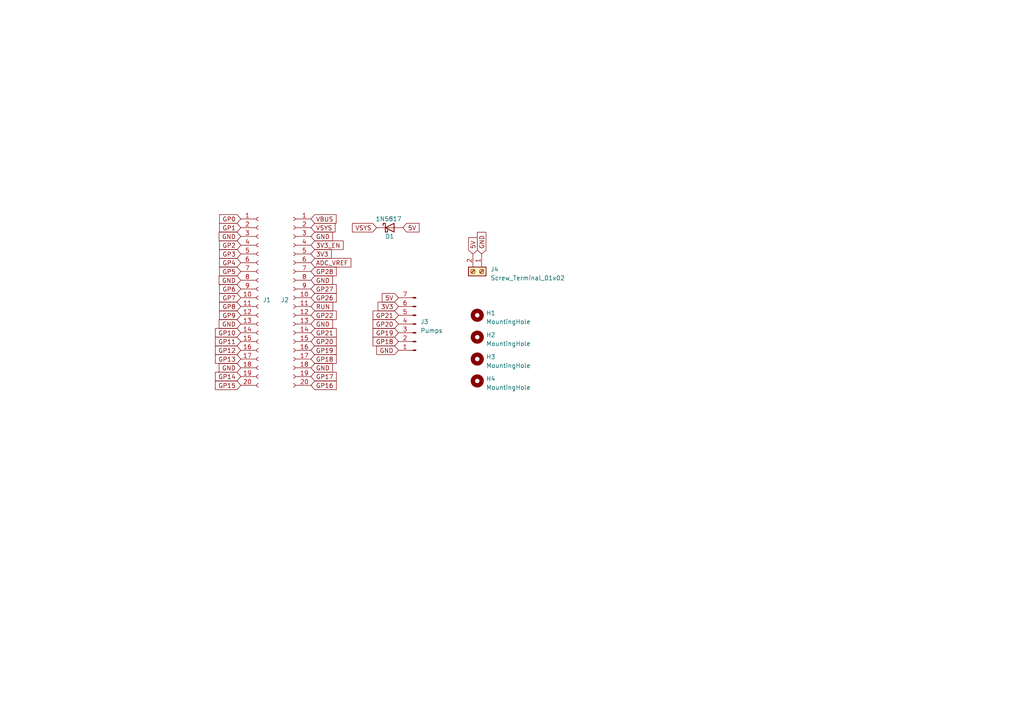
<source format=kicad_sch>
(kicad_sch (version 20230121) (generator eeschema)
  (paper "A4")
  (title_block (title "PicoDrip"))
  (lib_symbols
    (symbol "Connector:Conn_01x07_Pin" (pin_names (offset 1.016) hide)
      (property "Reference" "J" (at 0 10.16 0))
      (property "Value" "Conn_01x07_Pin" (at 0 -10.16 0))
      (symbol "Conn_01x07_Pin_1_1"
        (polyline (pts (xy 1.27 -7.62) (xy 0.8636 -7.62)) (stroke (width 0.1524)))
        (polyline (pts (xy 1.27 -5.08) (xy 0.8636 -5.08)) (stroke (width 0.1524)))
        (polyline (pts (xy 1.27 -2.54) (xy 0.8636 -2.54)) (stroke (width 0.1524)))
        (polyline (pts (xy 1.27 0) (xy 0.8636 0)) (stroke (width 0.1524)))
        (polyline (pts (xy 1.27 2.54) (xy 0.8636 2.54)) (stroke (width 0.1524)))
        (polyline (pts (xy 1.27 5.08) (xy 0.8636 5.08)) (stroke (width 0.1524)))
        (polyline (pts (xy 1.27 7.62) (xy 0.8636 7.62)) (stroke (width 0.1524)))
        (rectangle (start 0.8636 -7.493) (end 0 -7.747) (stroke (width 0.1524)) (fill (type outline)))
        (rectangle (start 0.8636 -4.953) (end 0 -5.207) (stroke (width 0.1524)) (fill (type outline)))
        (rectangle (start 0.8636 -2.413) (end 0 -2.667) (stroke (width 0.1524)) (fill (type outline)))
        (rectangle (start 0.8636 0.127) (end 0 -0.127) (stroke (width 0.1524)) (fill (type outline)))
        (rectangle (start 0.8636 2.667) (end 0 2.413) (stroke (width 0.1524)) (fill (type outline)))
        (rectangle (start 0.8636 5.207) (end 0 4.953) (stroke (width 0.1524)) (fill (type outline)))
        (rectangle (start 0.8636 7.747) (end 0 7.493) (stroke (width 0.1524)) (fill (type outline)))
        (pin passive line (at 5.08 7.62 180) (length 3.81) (name "Pin_1") (number "1"))
        (pin passive line (at 5.08 5.08 180) (length 3.81) (name "Pin_2") (number "2"))
        (pin passive line (at 5.08 2.54 180) (length 3.81) (name "Pin_3") (number "3"))
        (pin passive line (at 5.08 0 180) (length 3.81) (name "Pin_4") (number "4"))
        (pin passive line (at 5.08 -2.54 180) (length 3.81) (name "Pin_5") (number "5"))
        (pin passive line (at 5.08 -5.08 180) (length 3.81) (name "Pin_6") (number "6"))
        (pin passive line (at 5.08 -7.62 180) (length 3.81) (name "Pin_7") (number "7"))
      )
    )
    (symbol "Connector:Conn_01x20_Socket" (pin_names (offset 1.016) hide)
      (property "Reference" "J" (at 0 25.4 0))
      (property "Value" "Conn_01x20_Socket" (at 0 -27.94 0))
      (symbol "Conn_01x20_Socket_1_1"
        (arc (start 0 -24.892) (mid -0.5058 -25.4) (end 0 -25.908) (stroke (width 0.1524)))
        (arc (start 0 -22.352) (mid -0.5058 -22.86) (end 0 -23.368) (stroke (width 0.1524)))
        (arc (start 0 -19.812) (mid -0.5058 -20.32) (end 0 -20.828) (stroke (width 0.1524)))
        (arc (start 0 -17.272) (mid -0.5058 -17.78) (end 0 -18.288) (stroke (width 0.1524)))
        (arc (start 0 -14.732) (mid -0.5058 -15.24) (end 0 -15.748) (stroke (width 0.1524)))
        (arc (start 0 -12.192) (mid -0.5058 -12.7) (end 0 -13.208) (stroke (width 0.1524)))
        (arc (start 0 -9.652) (mid -0.5058 -10.16) (end 0 -10.668) (stroke (width 0.1524)))
        (arc (start 0 -7.112) (mid -0.5058 -7.62) (end 0 -8.128) (stroke (width 0.1524)))
        (arc (start 0 -4.572) (mid -0.5058 -5.08) (end 0 -5.588) (stroke (width 0.1524)))
        (arc (start 0 -2.032) (mid -0.5058 -2.54) (end 0 -3.048) (stroke (width 0.1524)))
        (polyline (pts (xy -1.27 -25.4) (xy -0.508 -25.4)) (stroke (width 0.1524)))
        (polyline (pts (xy -1.27 -22.86) (xy -0.508 -22.86)) (stroke (width 0.1524)))
        (polyline (pts (xy -1.27 -20.32) (xy -0.508 -20.32)) (stroke (width 0.1524)))
        (polyline (pts (xy -1.27 -17.78) (xy -0.508 -17.78)) (stroke (width 0.1524)))
        (polyline (pts (xy -1.27 -15.24) (xy -0.508 -15.24)) (stroke (width 0.1524)))
        (polyline (pts (xy -1.27 -12.7) (xy -0.508 -12.7)) (stroke (width 0.1524)))
        (polyline (pts (xy -1.27 -10.16) (xy -0.508 -10.16)) (stroke (width 0.1524)))
        (polyline (pts (xy -1.27 -7.62) (xy -0.508 -7.62)) (stroke (width 0.1524)))
        (polyline (pts (xy -1.27 -5.08) (xy -0.508 -5.08)) (stroke (width 0.1524)))
        (polyline (pts (xy -1.27 -2.54) (xy -0.508 -2.54)) (stroke (width 0.1524)))
        (polyline (pts (xy -1.27 0) (xy -0.508 0)) (stroke (width 0.1524)))
        (polyline (pts (xy -1.27 2.54) (xy -0.508 2.54)) (stroke (width 0.1524)))
        (polyline (pts (xy -1.27 5.08) (xy -0.508 5.08)) (stroke (width 0.1524)))
        (polyline (pts (xy -1.27 7.62) (xy -0.508 7.62)) (stroke (width 0.1524)))
        (polyline (pts (xy -1.27 10.16) (xy -0.508 10.16)) (stroke (width 0.1524)))
        (polyline (pts (xy -1.27 12.7) (xy -0.508 12.7)) (stroke (width 0.1524)))
        (polyline (pts (xy -1.27 15.24) (xy -0.508 15.24)) (stroke (width 0.1524)))
        (polyline (pts (xy -1.27 17.78) (xy -0.508 17.78)) (stroke (width 0.1524)))
        (polyline (pts (xy -1.27 20.32) (xy -0.508 20.32)) (stroke (width 0.1524)))
        (polyline (pts (xy -1.27 22.86) (xy -0.508 22.86)) (stroke (width 0.1524)))
        (arc (start 0 0.508) (mid -0.5058 0) (end 0 -0.508) (stroke (width 0.1524)))
        (arc (start 0 3.048) (mid -0.5058 2.54) (end 0 2.032) (stroke (width 0.1524)))
        (arc (start 0 5.588) (mid -0.5058 5.08) (end 0 4.572) (stroke (width 0.1524)))
        (arc (start 0 8.128) (mid -0.5058 7.62) (end 0 7.112) (stroke (width 0.1524)))
        (arc (start 0 10.668) (mid -0.5058 10.16) (end 0 9.652) (stroke (width 0.1524)))
        (arc (start 0 13.208) (mid -0.5058 12.7) (end 0 12.192) (stroke (width 0.1524)))
        (arc (start 0 15.748) (mid -0.5058 15.24) (end 0 14.732) (stroke (width 0.1524)))
        (arc (start 0 18.288) (mid -0.5058 17.78) (end 0 17.272) (stroke (width 0.1524)))
        (arc (start 0 20.828) (mid -0.5058 20.32) (end 0 19.812) (stroke (width 0.1524)))
        (arc (start 0 23.368) (mid -0.5058 22.86) (end 0 22.352) (stroke (width 0.1524)))
        (pin passive line (at -5.08 22.86 0) (length 3.81) (name "Pin_1") (number "1"))
        (pin passive line (at -5.08 0 0) (length 3.81) (name "Pin_10") (number "10"))
        (pin passive line (at -5.08 -2.54 0) (length 3.81) (name "Pin_11") (number "11"))
        (pin passive line (at -5.08 -5.08 0) (length 3.81) (name "Pin_12") (number "12"))
        (pin passive line (at -5.08 -7.62 0) (length 3.81) (name "Pin_13") (number "13"))
        (pin passive line (at -5.08 -10.16 0) (length 3.81) (name "Pin_14") (number "14"))
        (pin passive line (at -5.08 -12.7 0) (length 3.81) (name "Pin_15") (number "15"))
        (pin passive line (at -5.08 -15.24 0) (length 3.81) (name "Pin_16") (number "16"))
        (pin passive line (at -5.08 -17.78 0) (length 3.81) (name "Pin_17") (number "17"))
        (pin passive line (at -5.08 -20.32 0) (length 3.81) (name "Pin_18") (number "18"))
        (pin passive line (at -5.08 -22.86 0) (length 3.81) (name "Pin_19") (number "19"))
        (pin passive line (at -5.08 20.32 0) (length 3.81) (name "Pin_2") (number "2"))
        (pin passive line (at -5.08 -25.4 0) (length 3.81) (name "Pin_20") (number "20"))
        (pin passive line (at -5.08 17.78 0) (length 3.81) (name "Pin_3") (number "3"))
        (pin passive line (at -5.08 15.24 0) (length 3.81) (name "Pin_4") (number "4"))
        (pin passive line (at -5.08 12.7 0) (length 3.81) (name "Pin_5") (number "5"))
        (pin passive line (at -5.08 10.16 0) (length 3.81) (name "Pin_6") (number "6"))
        (pin passive line (at -5.08 7.62 0) (length 3.81) (name "Pin_7") (number "7"))
        (pin passive line (at -5.08 5.08 0) (length 3.81) (name "Pin_8") (number "8"))
        (pin passive line (at -5.08 2.54 0) (length 3.81) (name "Pin_9") (number "9"))
      )
    )
    (symbol "Connector:Screw_Terminal_01x02" (pin_names (offset 1.016) hide)
      (property "Reference" "J" (at 0 2.54 0))
      (property "Value" "Screw_Terminal_01x02" (at 0 -5.08 0))
      (symbol "Screw_Terminal_01x02_1_1"
        (rectangle (start -1.27 1.27) (end 1.27 -3.81) (stroke (width 0.254)) (fill (type background)))
        (circle (center 0 -2.54) (radius 0.635) (stroke (width 0.1524)))
        (polyline (pts (xy -0.5334 -2.2098) (xy 0.3302 -3.048)) (stroke (width 0.1524)))
        (polyline (pts (xy -0.5334 0.3302) (xy 0.3302 -0.508)) (stroke (width 0.1524)))
        (polyline (pts (xy -0.3556 -2.032) (xy 0.508 -2.8702)) (stroke (width 0.1524)))
        (polyline (pts (xy -0.3556 0.508) (xy 0.508 -0.3302)) (stroke (width 0.1524)))
        (circle (center 0 0) (radius 0.635) (stroke (width 0.1524)))
        (pin passive line (at -5.08 0 0) (length 3.81) (name "Pin_1") (number "1"))
        (pin passive line (at -5.08 -2.54 0) (length 3.81) (name "Pin_2") (number "2"))
      )
    )
    (symbol "Diode:1N5817" (pin_numbers hide) (pin_names (offset 1.016) hide)
      (property "Reference" "D" (at 0 2.54 0))
      (property "Value" "1N5817" (at 0 -2.54 0))
      (symbol "1N5817_0_1"
        (polyline (pts (xy 1.27 0) (xy -1.27 0)))
        (polyline (pts (xy 1.27 1.27) (xy 1.27 -1.27) (xy -1.27 0) (xy 1.27 1.27)) (stroke (width 0.254)))
        (polyline (pts (xy -1.905 0.635) (xy -1.905 1.27) (xy -1.27 1.27) (xy -1.27 -1.27) (xy -0.635 -1.27) (xy -0.635 -0.635)) (stroke (width 0.254)))
      )
      (symbol "1N5817_1_1"
        (pin passive line (at -3.81 0 0) (length 2.54) (name "K") (number "1"))
        (pin passive line (at 3.81 0 180) (length 2.54) (name "A") (number "2"))
      )
    )
    (symbol "Mechanical:MountingHole" (pin_names (offset 1.016))
      (property "Reference" "H" (at 0 5.08 0))
      (property "Value" "MountingHole" (at 0 3.175 0))
      (symbol "MountingHole_0_1"
        (circle (center 0 0) (radius 1.27) (stroke (width 1.27)))
      )
    )
  )
  (global_label "GP18" (shape input) (at 90.17 104.14 0) (property "Intersheetrefs" "${INTERSHEET_REFS}" (effects hide)))
  (global_label "GP21" (shape input) (at 115.57 91.44 180) (property "Intersheetrefs" "${INTERSHEET_REFS}" (effects hide)))
  (global_label "GND" (shape input) (at 69.85 93.98 180) (property "Intersheetrefs" "${INTERSHEET_REFS}" (effects hide)))
  (global_label "GND" (shape input) (at 90.17 106.68 0) (property "Intersheetrefs" "${INTERSHEET_REFS}" (effects hide)))
  (global_label "GP6" (shape input) (at 69.85 83.82 180) (property "Intersheetrefs" "${INTERSHEET_REFS}" (effects hide)))
  (global_label "ADC_VREF" (shape input) (at 90.17 76.2 0) (property "Intersheetrefs" "${INTERSHEET_REFS}" (effects hide)))
  (global_label "GP9" (shape input) (at 69.85 91.44 180) (property "Intersheetrefs" "${INTERSHEET_REFS}" (effects hide)))
  (global_label "VSYS" (shape input) (at 109.22 66.04 180) (property "Intersheetrefs" "${INTERSHEET_REFS}" (effects hide)))
  (global_label "GP28" (shape input) (at 90.17 78.74 0) (property "Intersheetrefs" "${INTERSHEET_REFS}" (effects hide)))
  (global_label "GP26" (shape input) (at 90.17 86.36 0) (property "Intersheetrefs" "${INTERSHEET_REFS}" (effects hide)))
  (global_label "VBUS" (shape input) (at 90.17 63.5 0) (property "Intersheetrefs" "${INTERSHEET_REFS}" (effects hide)))
  (global_label "5V" (shape input) (at 137.16 73.66 90) (property "Intersheetrefs" "${INTERSHEET_REFS}" (effects hide)))
  (global_label "GP18" (shape input) (at 115.57 99.06 180) (property "Intersheetrefs" "${INTERSHEET_REFS}" (effects hide)))
  (global_label "GP3" (shape input) (at 69.85 73.66 180) (property "Intersheetrefs" "${INTERSHEET_REFS}" (effects hide)))
  (global_label "GND" (shape input) (at 69.85 81.28 180) (property "Intersheetrefs" "${INTERSHEET_REFS}" (effects hide)))
  (global_label "3V3" (shape input) (at 90.17 73.66 0) (property "Intersheetrefs" "${INTERSHEET_REFS}" (effects hide)))
  (global_label "GP10" (shape input) (at 69.85 96.52 180) (property "Intersheetrefs" "${INTERSHEET_REFS}" (effects hide)))
  (global_label "GP13" (shape input) (at 69.85 104.14 180) (property "Intersheetrefs" "${INTERSHEET_REFS}" (effects hide)))
  (global_label "GND" (shape input) (at 115.57 101.6 180) (property "Intersheetrefs" "${INTERSHEET_REFS}" (effects hide)))
  (global_label "GND" (shape input) (at 90.17 81.28 0) (property "Intersheetrefs" "${INTERSHEET_REFS}" (effects hide)))
  (global_label "GND" (shape input) (at 69.85 106.68 180) (property "Intersheetrefs" "${INTERSHEET_REFS}" (effects hide)))
  (global_label "GP21" (shape input) (at 90.17 96.52 0) (property "Intersheetrefs" "${INTERSHEET_REFS}" (effects hide)))
  (global_label "GP8" (shape input) (at 69.85 88.9 180) (property "Intersheetrefs" "${INTERSHEET_REFS}" (effects hide)))
  (global_label "GND" (shape input) (at 90.17 68.58 0) (property "Intersheetrefs" "${INTERSHEET_REFS}" (effects hide)))
  (global_label "5V" (shape input) (at 115.57 86.36 180) (property "Intersheetrefs" "${INTERSHEET_REFS}" (effects hide)))
  (global_label "GP12" (shape input) (at 69.85 101.6 180) (property "Intersheetrefs" "${INTERSHEET_REFS}" (effects hide)))
  (global_label "GP7" (shape input) (at 69.85 86.36 180) (property "Intersheetrefs" "${INTERSHEET_REFS}" (effects hide)))
  (global_label "GP27" (shape input) (at 90.17 83.82 0) (property "Intersheetrefs" "${INTERSHEET_REFS}" (effects hide)))
  (global_label "GP16" (shape input) (at 90.17 111.76 0) (property "Intersheetrefs" "${INTERSHEET_REFS}" (effects hide)))
  (global_label "GP14" (shape input) (at 69.85 109.22 180) (property "Intersheetrefs" "${INTERSHEET_REFS}" (effects hide)))
  (global_label "5V" (shape input) (at 116.84 66.04 0) (property "Intersheetrefs" "${INTERSHEET_REFS}" (effects hide)))
  (global_label "3V3" (shape input) (at 115.57 88.9 180) (property "Intersheetrefs" "${INTERSHEET_REFS}" (effects hide)))
  (global_label "3V3_EN" (shape input) (at 90.17 71.12 0) (property "Intersheetrefs" "${INTERSHEET_REFS}" (effects hide)))
  (global_label "GP19" (shape input) (at 90.17 101.6 0) (property "Intersheetrefs" "${INTERSHEET_REFS}" (effects hide)))
  (global_label "GP11" (shape input) (at 69.85 99.06 180) (property "Intersheetrefs" "${INTERSHEET_REFS}" (effects hide)))
  (global_label "GND" (shape input) (at 139.7 73.66 90) (property "Intersheetrefs" "${INTERSHEET_REFS}" (effects hide)))
  (global_label "GP20" (shape input) (at 90.17 99.06 0) (property "Intersheetrefs" "${INTERSHEET_REFS}" (effects hide)))
  (global_label "GND" (shape input) (at 90.17 93.98 0) (property "Intersheetrefs" "${INTERSHEET_REFS}" (effects hide)))
  (global_label "GP2" (shape input) (at 69.85 71.12 180) (property "Intersheetrefs" "${INTERSHEET_REFS}" (effects hide)))
  (global_label "GP15" (shape input) (at 69.85 111.76 180) (property "Intersheetrefs" "${INTERSHEET_REFS}" (effects hide)))
  (global_label "GP22" (shape input) (at 90.17 91.44 0) (property "Intersheetrefs" "${INTERSHEET_REFS}" (effects hide)))
  (global_label "GP1" (shape input) (at 69.85 66.04 180) (property "Intersheetrefs" "${INTERSHEET_REFS}" (effects hide)))
  (global_label "VSYS" (shape input) (at 90.17 66.04 0) (property "Intersheetrefs" "${INTERSHEET_REFS}" (effects hide)))
  (global_label "RUN" (shape input) (at 90.17 88.9 0) (property "Intersheetrefs" "${INTERSHEET_REFS}" (effects hide)))
  (global_label "GP17" (shape input) (at 90.17 109.22 0) (property "Intersheetrefs" "${INTERSHEET_REFS}" (effects hide)))
  (global_label "GP4" (shape input) (at 69.85 76.2 180) (property "Intersheetrefs" "${INTERSHEET_REFS}" (effects hide)))
  (global_label "GND" (shape input) (at 69.85 68.58 180) (property "Intersheetrefs" "${INTERSHEET_REFS}" (effects hide)))
  (global_label "GP0" (shape input) (at 69.85 63.5 180) (property "Intersheetrefs" "${INTERSHEET_REFS}" (effects hide)))
  (global_label "GP19" (shape input) (at 115.57 96.52 180) (property "Intersheetrefs" "${INTERSHEET_REFS}" (effects hide)))
  (global_label "GP20" (shape input) (at 115.57 93.98 180) (property "Intersheetrefs" "${INTERSHEET_REFS}" (effects hide)))
  (global_label "GP5" (shape input) (at 69.85 78.74 180) (property "Intersheetrefs" "${INTERSHEET_REFS}" (effects hide)))
  (symbol (lib_id "Connector:Conn_01x20_Socket") (at 74.93 86.36 0) (unit 1)
    (property "Reference" "J1" (at 76.2 86.995 0) (effects (justify left)))
    (property "Value" "Conn_01x20_Socket" (effects hide))
    (property "Footprint" "Connector_PinSocket_2.54mm:PinSocket_1x20_P2.54mm_Vertical" (effects hide))
  )
  (symbol (lib_id "Mechanical:MountingHole") (at 138.43 97.79 0) (unit 1)
    (property "Reference" "H2" (at 140.97 97.155 0) (effects (justify left)))
    (property "Value" "MountingHole" (at 140.97 99.695 0) (effects (justify left)))
    (property "Footprint" "MountingHole:MountingHole_2.1mm" (effects hide))
  )
  (symbol (lib_id "Connector:Conn_01x20_Socket") (at 85.09 86.36 0) (mirror y) (unit 1)
    (property "Reference" "J2" (at 83.82 86.995 0) (effects (justify left)))
    (property "Value" "Conn_01x20_Socket" (effects hide))
    (property "Footprint" "Connector_PinSocket_2.54mm:PinSocket_1x20_P2.54mm_Vertical" (effects hide))
  )
  (symbol (lib_id "Mechanical:MountingHole") (at 138.43 91.44 0) (unit 1)
    (property "Reference" "H1" (at 140.97 90.805 0) (effects (justify left)))
    (property "Value" "MountingHole" (at 140.97 93.345 0) (effects (justify left)))
    (property "Footprint" "MountingHole:MountingHole_2.1mm" (effects hide))
  )
  (symbol (lib_id "Connector:Screw_Terminal_01x02") (at 139.7 78.74 270) (unit 1)
    (property "Reference" "J4" (at 142.24 78.105 90) (effects (justify left)))
    (property "Value" "Screw_Terminal_01x02" (at 142.24 80.645 90) (effects (justify left)))
    (property "Footprint" "TerminalBlock_Phoenix:TerminalBlock_Phoenix_MKDS-1,5-2-5.08_1x02_P5.08mm_Horizontal" (effects hide))
  )
  (symbol (lib_id "Mechanical:MountingHole") (at 138.43 110.49 0) (unit 1)
    (property "Reference" "H4" (at 140.97 109.855 0) (effects (justify left)))
    (property "Value" "MountingHole" (at 140.97 112.395 0) (effects (justify left)))
    (property "Footprint" "MountingHole:MountingHole_2.1mm" (effects hide))
  )
  (symbol (lib_id "Diode:1N5817") (at 113.03 66.04 0) (unit 1)
    (property "Reference" "D1" (at 113.03 68.58 0))
    (property "Value" "1N5817" (at 112.7125 63.5 0))
    (property "Footprint" "Diode_THT:D_DO-41_SOD81_P10.16mm_Horizontal" (effects hide))
    (property "Datasheet" "http://www.vishay.com/docs/88525/1n5817.pdf" (effects hide))
  )
  (symbol (lib_id "Connector:Conn_01x07_Pin") (at 120.65 93.98 180) (unit 1)
    (property "Reference" "J3" (at 121.92 93.345 0) (effects (justify right)))
    (property "Value" "Pumps" (at 121.92 95.885 0) (effects (justify right)))
    (property "Footprint" "Connector_PinHeader_2.54mm:PinHeader_1x07_P2.54mm_Vertical" (effects hide))
  )
  (symbol (lib_id "Mechanical:MountingHole") (at 138.43 104.14 0) (unit 1)
    (property "Reference" "H3" (at 140.97 103.505 0) (effects (justify left)))
    (property "Value" "MountingHole" (at 140.97 106.045 0) (effects (justify left)))
    (property "Footprint" "MountingHole:MountingHole_2.1mm" (effects hide))
  )
)
</source>
